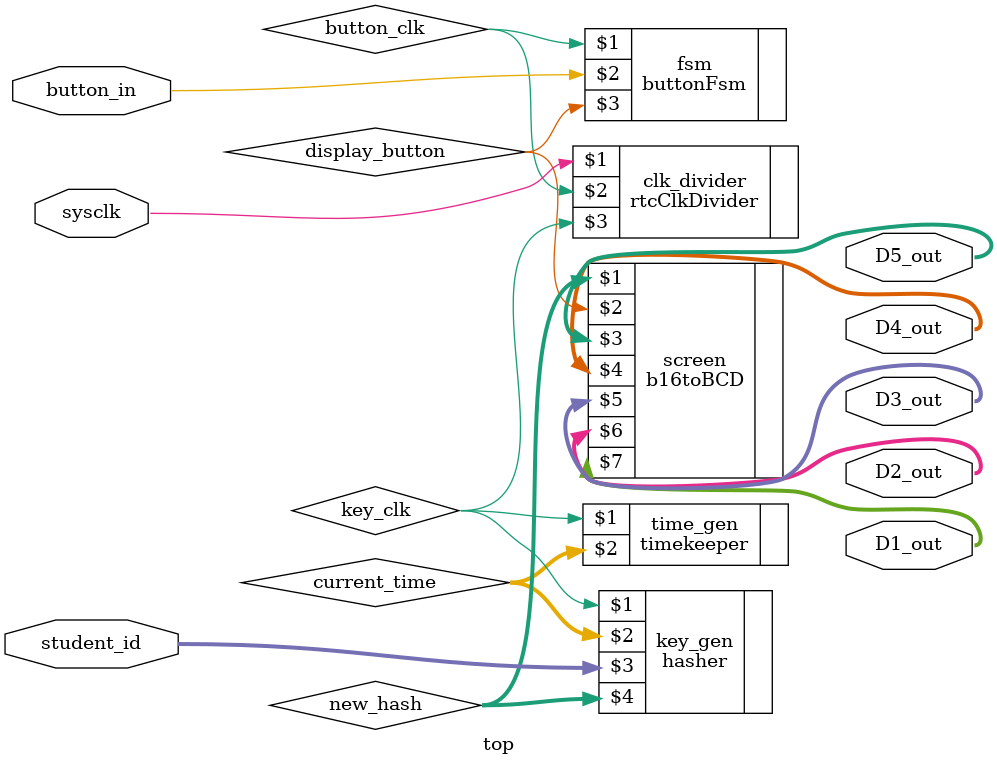
<source format=v>
module top (
	input sysclk,    // 1 MHz
	input button_in,
	input [15:0] student_id,
	output[3:0] D5_out,	
	output[3:0] D4_out,	
	output[3:0] D3_out,	
	output[3:0] D2_out,	
	output[3:0] D1_out		
);

wire button_clk, key_clk;
wire [15:0] new_hash;
wire [15:0] current_time;
wire display_button;

rtcClkDivider clk_divider(sysclk, button_clk, key_clk);

timekeeper time_gen(key_clk, current_time);

hasher key_gen(key_clk, current_time, student_id, new_hash);

buttonFsm fsm(button_clk, button_in, display_button);

b16toBCD screen(new_hash, display_button, D5_out, D4_out, D3_out, D2_out, D1_out);


endmodule
</source>
